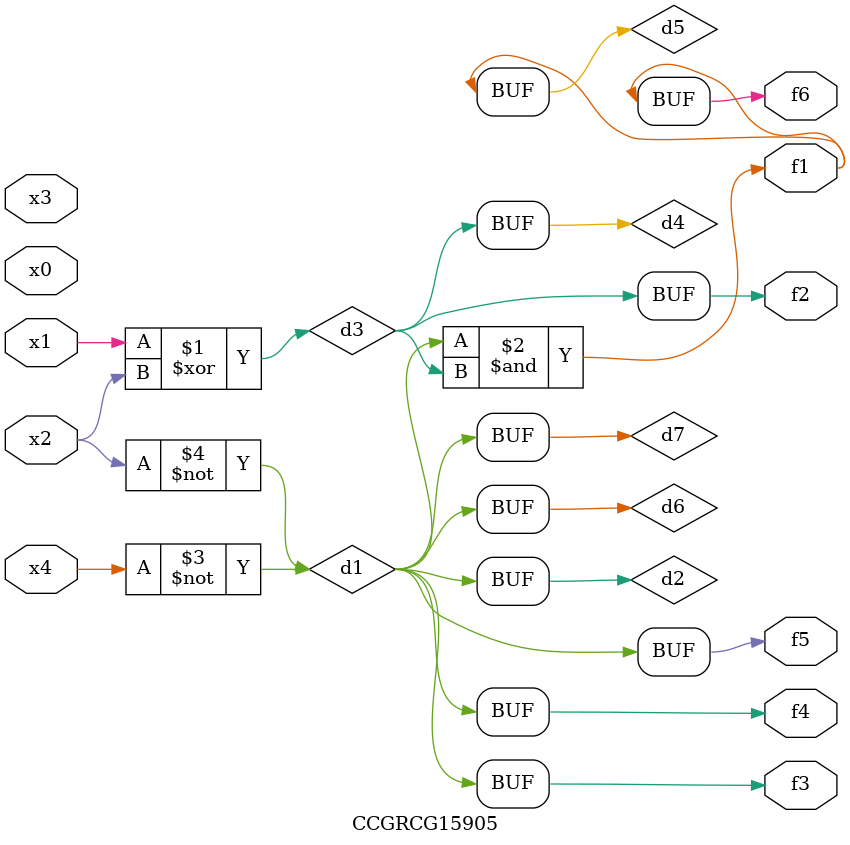
<source format=v>
module CCGRCG15905(
	input x0, x1, x2, x3, x4,
	output f1, f2, f3, f4, f5, f6
);

	wire d1, d2, d3, d4, d5, d6, d7;

	not (d1, x4);
	not (d2, x2);
	xor (d3, x1, x2);
	buf (d4, d3);
	and (d5, d1, d3);
	buf (d6, d1, d2);
	buf (d7, d2);
	assign f1 = d5;
	assign f2 = d4;
	assign f3 = d7;
	assign f4 = d7;
	assign f5 = d7;
	assign f6 = d5;
endmodule

</source>
